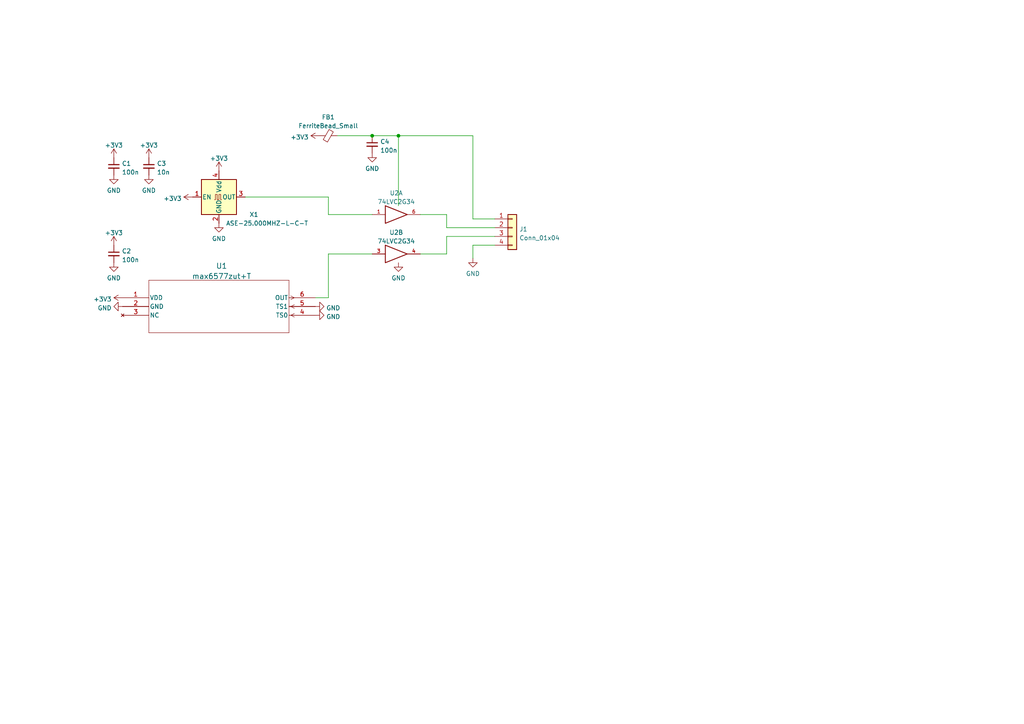
<source format=kicad_sch>
(kicad_sch (version 20211123) (generator eeschema)
  (paper "A4")
  (lib_symbols
    (symbol "74xGxx:74AUC2G34" (pin_names (offset 1.016))
      (property "Reference" "U" (at -2.54 3.81 0))
      (property "Value" "74AUC2G34" (at 0 -3.81 0))
      (symbol "74AUC2G34_0_1"
        (polyline (pts (xy -3.81 2.54) (xy -3.81 -2.54) (xy 2.54 0) (xy -3.81 2.54)) (stroke (width 0.254)))
        (pin power_in line (at 0 -2.54 270) (length 0) hide (name "GND") (number "2"))
        (pin power_in line (at 0 2.54 90) (length 0) hide (name "VCC") (number "5"))
      )
      (symbol "74AUC2G34_1_1"
        (pin input line (at -7.62 0 0) (length 3.81) (name "~") (number "1"))
        (pin output line (at 6.35 0 180) (length 3.81) (name "~") (number "6"))
      )
      (symbol "74AUC2G34_2_1"
        (pin input line (at -7.62 0 0) (length 3.81) (name "~") (number "3"))
        (pin output line (at 6.35 0 180) (length 3.81) (name "~") (number "4"))
      )
    )
    (symbol "Connector_Generic:Conn_01x04" (pin_names (offset 1.016) hide)
      (property "Reference" "J" (at 0 5.08 0))
      (property "Value" "Conn_01x04" (at 0 -7.62 0))
      (symbol "Conn_01x04_1_1"
        (rectangle (start -1.27 -4.953) (end 0 -5.207) (stroke (width 0.1524)))
        (rectangle (start -1.27 -2.413) (end 0 -2.667) (stroke (width 0.1524)))
        (rectangle (start -1.27 0.127) (end 0 -0.127) (stroke (width 0.1524)))
        (rectangle (start -1.27 2.667) (end 0 2.413) (stroke (width 0.1524)))
        (rectangle (start -1.27 3.81) (end 1.27 -6.35) (stroke (width 0.254)) (fill (type background)))
        (pin passive line (at -5.08 2.54 0) (length 3.81) (name "Pin_1") (number "1"))
        (pin passive line (at -5.08 0 0) (length 3.81) (name "Pin_2") (number "2"))
        (pin passive line (at -5.08 -2.54 0) (length 3.81) (name "Pin_3") (number "3"))
        (pin passive line (at -5.08 -5.08 0) (length 3.81) (name "Pin_4") (number "4"))
      )
    )
    (symbol "Device:C_Small" (pin_numbers hide) (pin_names (offset 0.254) hide)
      (property "Reference" "C" (at 0.254 1.778 0))
      (property "Value" "C_Small" (at 0.254 -2.032 0))
      (symbol "C_Small_0_1"
        (polyline (pts (xy -1.524 -0.508) (xy 1.524 -0.508)) (stroke (width 0.3302)))
        (polyline (pts (xy -1.524 0.508) (xy 1.524 0.508)) (stroke (width 0.3048)))
      )
      (symbol "C_Small_1_1"
        (pin passive line (at 0 2.54 270) (length 2.032) (name "~") (number "1"))
        (pin passive line (at 0 -2.54 90) (length 2.032) (name "~") (number "2"))
      )
    )
    (symbol "Device:FerriteBead_Small" (pin_numbers hide) (pin_names (offset 0))
      (property "Reference" "FB" (at 1.905 1.27 0))
      (property "Value" "FerriteBead_Small" (at 1.905 -1.27 0))
      (symbol "FerriteBead_Small_0_1"
        (polyline (pts (xy 0 -1.27) (xy 0 -0.7874)))
        (polyline (pts (xy 0 0.889) (xy 0 1.2954)))
        (polyline (pts (xy -1.8288 0.2794) (xy -1.1176 1.4986) (xy 1.8288 -0.2032) (xy 1.1176 -1.4224) (xy -1.8288 0.2794)))
      )
      (symbol "FerriteBead_Small_1_1"
        (pin passive line (at 0 2.54 270) (length 1.27) (name "~") (number "1"))
        (pin passive line (at 0 -2.54 90) (length 1.27) (name "~") (number "2"))
      )
    )
    (symbol "MAX6577:max6577zut+T" (pin_names (offset 0.254))
      (property "Reference" "U" (at 27.94 10.16 0))
      (property "Value" "max6577zut+T" (at 27.94 7.62 0))
      (symbol "max6577zut+T_0_1"
        (polyline (pts (xy 7.62 -10.16) (xy 48.26 -10.16)) (stroke (width 0.127)))
        (polyline (pts (xy 7.62 5.08) (xy 7.62 -10.16)) (stroke (width 0.127)))
        (polyline (pts (xy 48.26 -10.16) (xy 48.26 5.08)) (stroke (width 0.127)))
        (polyline (pts (xy 48.26 5.08) (xy 7.62 5.08)) (stroke (width 0.127)))
        (polyline (pts (xy 48.7807 -5.08) (xy 49.8221 -5.6007)) (stroke (width 0.127)))
        (polyline (pts (xy 48.7807 -5.08) (xy 49.8221 -4.5593)) (stroke (width 0.127)))
        (polyline (pts (xy 48.7807 -2.54) (xy 49.8221 -3.0607)) (stroke (width 0.127)))
        (polyline (pts (xy 48.7807 -2.54) (xy 49.8221 -2.0193)) (stroke (width 0.127)))
        (polyline (pts (xy 48.7807 -0.5207) (xy 49.8221 0)) (stroke (width 0.127)))
        (polyline (pts (xy 48.7807 0.5207) (xy 49.8221 0)) (stroke (width 0.127)))
        (pin power_in line (at 0 0 0) (length 7.62) (name "VDD") (number "1"))
        (pin power_in line (at 0 -2.54 0) (length 7.62) (name "GND") (number "2"))
        (pin no_connect line (at 0 -5.08 0) (length 7.62) (name "NC") (number "3"))
        (pin input line (at 55.88 -5.08 180) (length 7.62) (name "TS0") (number "4"))
        (pin input line (at 55.88 -2.54 180) (length 7.62) (name "TS1") (number "5"))
        (pin output line (at 55.88 0 180) (length 7.62) (name "OUT") (number "6"))
      )
    )
    (symbol "Oscillator:ASE-xxxMHz" (pin_names (offset 0.254))
      (property "Reference" "X" (at -5.08 6.35 0))
      (property "Value" "ASE-xxxMHz" (at 1.27 -6.35 0))
      (symbol "ASE-xxxMHz_0_1"
        (rectangle (start -5.08 5.08) (end 5.08 -5.08) (stroke (width 0.254)) (fill (type background)))
        (polyline (pts (xy -1.27 -0.762) (xy -1.016 -0.762) (xy -1.016 0.762) (xy -0.508 0.762) (xy -0.508 -0.762) (xy 0 -0.762) (xy 0 0.762) (xy 0.508 0.762) (xy 0.508 -0.762) (xy 0.762 -0.762)))
      )
      (symbol "ASE-xxxMHz_1_1"
        (pin input line (at -7.62 0 0) (length 2.54) (name "EN") (number "1"))
        (pin power_in line (at 0 -7.62 90) (length 2.54) (name "GND") (number "2"))
        (pin output line (at 7.62 0 180) (length 2.54) (name "OUT") (number "3"))
        (pin power_in line (at 0 7.62 270) (length 2.54) (name "Vdd") (number "4"))
      )
    )
    (symbol "power:+3.3V" (power) (pin_names (offset 0))
      (property "Value" "+3.3V" (at 0 3.556 0))
      (symbol "+3.3V_0_1"
        (polyline (pts (xy -0.762 1.27) (xy 0 2.54)))
        (polyline (pts (xy 0 0) (xy 0 2.54)))
        (polyline (pts (xy 0 2.54) (xy 0.762 1.27)))
      )
      (symbol "+3.3V_1_1"
        (pin power_in line (at 0 0 90) (length 0) hide (name "+3V3") (number "1"))
      )
    )
    (symbol "power:GND" (power) (pin_names (offset 0))
      (property "Value" "GND" (at 0 -3.81 0))
      (symbol "GND_0_1"
        (polyline (pts (xy 0 0) (xy 0 -1.27) (xy 1.27 -1.27) (xy 0 -2.54) (xy -1.27 -1.27) (xy 0 -1.27)))
      )
      (symbol "GND_1_1"
        (pin power_in line (at 0 0 270) (length 0) hide (name "GND") (number "1"))
      )
    )
  )
  (junction (at 107.95 39.37))
  (junction (at 115.57 39.37))
  (wire (pts (xy 115.57 59.69) (xy 115.57 39.37)))
  (wire (pts (xy 137.16 63.5) (xy 143.51 63.5)))
  (wire (pts (xy 129.54 73.66) (xy 129.54 68.58)))
  (wire (pts (xy 137.16 71.12) (xy 137.16 74.93)))
  (wire (pts (xy 95.25 86.36) (xy 95.25 73.66)))
  (wire (pts (xy 95.25 57.15) (xy 71.12 57.15)))
  (wire (pts (xy 143.51 71.12) (xy 137.16 71.12)))
  (wire (pts (xy 115.57 39.37) (xy 137.16 39.37)))
  (wire (pts (xy 91.44 86.36) (xy 95.25 86.36)))
  (wire (pts (xy 107.95 39.37) (xy 115.57 39.37)))
  (wire (pts (xy 121.92 62.23) (xy 129.54 62.23)))
  (wire (pts (xy 97.79 39.37) (xy 107.95 39.37)))
  (wire (pts (xy 95.25 73.66) (xy 107.95 73.66)))
  (wire (pts (xy 129.54 66.04) (xy 143.51 66.04)))
  (wire (pts (xy 107.95 62.23) (xy 95.25 62.23)))
  (wire (pts (xy 129.54 62.23) (xy 129.54 66.04)))
  (wire (pts (xy 129.54 68.58) (xy 143.51 68.58)))
  (wire (pts (xy 121.92 73.66) (xy 129.54 73.66)))
  (wire (pts (xy 95.25 62.23) (xy 95.25 57.15)))
  (wire (pts (xy 137.16 39.37) (xy 137.16 63.5)))
  (symbol (lib_id "power:GND") (at 91.44 88.9 90) (unit 1)
    (property "Reference" "#PWR0108" (effects hide))
    (property "Value" "GND" (at 94.615 89.3338 90) (effects (justify right)))
  )
  (symbol (lib_id "Oscillator:ASE-xxxMHz") (at 63.5 57.15 0) (unit 1)
    (property "Reference" "X1" (at 73.66 62.23 0))
    (property "Value" "ASE-25.000MHZ-L-C-T" (at 77.47 64.77 0))
    (property "Footprint" "Oscillator:Oscillator_SMD_Abracon_ASE-4Pin_3.2x2.5mm" (effects hide))
    (property "Datasheet" "http://www.abracon.com/Oscillators/ASV.pdf" (effects hide))
  )
  (symbol (lib_id "power:GND") (at 137.16 74.93 0) (unit 1)
    (property "Reference" "#PWR0117" (effects hide))
    (property "Value" "GND" (at 137.16 79.3734 0))
  )
  (symbol (lib_id "Device:C_Small") (at 33.02 73.66 0) (unit 1)
    (property "Reference" "C2" (at 35.3441 72.8316 0) (effects (justify left)))
    (property "Value" "100n" (at 35.3441 75.3685 0) (effects (justify left)))
    (property "Footprint" "Capacitor_SMD:C_0805_2012Metric" (effects hide))
  )
  (symbol (lib_id "power:GND") (at 33.02 76.2 0) (unit 1)
    (property "Reference" "#PWR0105" (effects hide))
    (property "Value" "GND" (at 33.02 80.6434 0))
  )
  (symbol (lib_id "power:GND") (at 115.57 76.2 0) (unit 1)
    (property "Reference" "#PWR0116" (effects hide))
    (property "Value" "GND" (at 115.57 80.6434 0))
  )
  (symbol (lib_id "power:GND") (at 91.44 91.44 90) (unit 1)
    (property "Reference" "#PWR0109" (effects hide))
    (property "Value" "GND" (at 94.615 91.8738 90) (effects (justify right)))
  )
  (symbol (lib_id "power:+3.3V") (at 35.56 86.36 90) (unit 1)
    (property "Reference" "#PWR0104" (effects hide))
    (property "Value" "+3.3V" (at 32.385 86.7938 90) (effects (justify left)))
  )
  (symbol (lib_id "power:+3.3V") (at 33.02 45.72 0) (unit 1)
    (property "Reference" "#PWR0112" (effects hide))
    (property "Value" "+3.3V" (at 33.02 42.1442 0))
  )
  (symbol (lib_id "MAX6577:max6577zut+T") (at 35.56 86.36 0) (unit 1)
    (property "Reference" "U1" (at 64.281 77.1324 0) (effects (font (size 1.524 1.524))))
    (property "Value" "max6577zut+T" (at 64.281 80.1258 0) (effects (font (size 1.524 1.524))))
    (property "Footprint" "Package_TO_SOT_SMD:SOT-23-6_Handsoldering" (effects hide))
    (property "Datasheet" "max6577zut+T" (effects hide))
  )
  (symbol (lib_id "power:+3.3V") (at 33.02 71.12 0) (unit 1)
    (property "Reference" "#PWR0106" (effects hide))
    (property "Value" "+3.3V" (at 33.02 67.5442 0))
  )
  (symbol (lib_id "power:GND") (at 107.95 44.45 0) (unit 1)
    (property "Reference" "#PWR0115" (effects hide))
    (property "Value" "GND" (at 107.95 48.8934 0))
  )
  (symbol (lib_id "power:+3.3V") (at 55.88 57.15 90) (unit 1)
    (property "Reference" "#PWR0102" (effects hide))
    (property "Value" "+3.3V" (at 52.705 57.5838 90) (effects (justify left)))
  )
  (symbol (lib_id "power:GND") (at 35.56 88.9 270) (unit 1)
    (property "Reference" "#PWR0103" (effects hide))
    (property "Value" "GND" (at 32.3851 89.3338 90) (effects (justify right)))
  )
  (symbol (lib_id "power:+3.3V") (at 63.5 49.53 0) (unit 1)
    (property "Reference" "#PWR0101" (effects hide))
    (property "Value" "+3.3V" (at 63.5 45.9542 0))
  )
  (symbol (lib_id "power:+3.3V") (at 92.71 39.37 90) (unit 1)
    (property "Reference" "#PWR0114" (effects hide))
    (property "Value" "+3.3V" (at 89.535 39.8038 90) (effects (justify left)))
  )
  (symbol (lib_id "power:+3.3V") (at 43.18 45.72 0) (unit 1)
    (property "Reference" "#PWR0111" (effects hide))
    (property "Value" "+3.3V" (at 43.18 42.1442 0))
  )
  (symbol (lib_id "Device:FerriteBead_Small") (at 95.25 39.37 90) (unit 1)
    (property "Reference" "FB1" (at 95.2119 33.9684 90))
    (property "Value" "FerriteBead_Small" (at 95.2119 36.5053 90))
    (property "Footprint" "Resistor_SMD:R_0805_2012Metric" (effects hide))
  )
  (symbol (lib_id "Connector_Generic:Conn_01x04") (at 148.59 66.04 0) (unit 1)
    (property "Reference" "J1" (at 150.622 66.4753 0) (effects (justify left)))
    (property "Value" "Conn_01x04" (at 150.622 69.0122 0) (effects (justify left)))
    (property "Footprint" "Connector_PinHeader_2.54mm:PinHeader_1x04_P2.54mm_Vertical" (effects hide))
  )
  (symbol (lib_id "power:GND") (at 63.5 64.77 0) (unit 1)
    (property "Reference" "#PWR0107" (effects hide))
    (property "Value" "GND" (at 63.5 69.2134 0))
  )
  (symbol (lib_id "Device:C_Small") (at 33.02 48.26 0) (unit 1)
    (property "Reference" "C1" (at 35.3441 47.4316 0) (effects (justify left)))
    (property "Value" "100n" (at 35.3441 49.9685 0) (effects (justify left)))
    (property "Footprint" "Capacitor_SMD:C_0805_2012Metric" (effects hide))
  )
  (symbol (lib_id "Device:C_Small") (at 107.95 41.91 0) (unit 1)
    (property "Reference" "C4" (at 110.2741 41.0816 0) (effects (justify left)))
    (property "Value" "100n" (at 110.2741 43.6185 0) (effects (justify left)))
    (property "Footprint" "Capacitor_SMD:C_0805_2012Metric" (effects hide))
  )
  (symbol (lib_id "74xGxx:74AUC2G34") (at 115.57 62.23 0) (unit 1)
    (property "Reference" "U2" (at 114.935 55.9902 0))
    (property "Value" "74LVC2G34" (at 114.935 58.5271 0))
    (property "Footprint" "Package_TO_SOT_SMD:SOT-23-6_Handsoldering" (effects hide))
    (property "Datasheet" "http://www.ti.com/lit/sg/scyt129e/scyt129e.pdf" (effects hide))
  )
  (symbol (lib_id "74xGxx:74AUC2G34") (at 115.57 73.66 0) (unit 2)
    (property "Reference" "U2" (at 114.935 67.4202 0))
    (property "Value" "74LVC2G34" (at 114.935 69.9571 0))
    (property "Footprint" "Package_TO_SOT_SMD:SOT-23-6_Handsoldering" (effects hide))
    (property "Datasheet" "http://www.ti.com/lit/sg/scyt129e/scyt129e.pdf" (effects hide))
  )
  (symbol (lib_id "power:GND") (at 33.02 50.8 0) (unit 1)
    (property "Reference" "#PWR0113" (effects hide))
    (property "Value" "GND" (at 33.02 55.2434 0))
  )
  (symbol (lib_id "Device:C_Small") (at 43.18 48.26 0) (unit 1)
    (property "Reference" "C3" (at 45.5041 47.4316 0) (effects (justify left)))
    (property "Value" "10n" (at 45.5041 49.9685 0) (effects (justify left)))
    (property "Footprint" "Capacitor_SMD:C_0805_2012Metric" (effects hide))
  )
  (symbol (lib_id "power:GND") (at 43.18 50.8 0) (unit 1)
    (property "Reference" "#PWR0110" (effects hide))
    (property "Value" "GND" (at 43.18 55.2434 0))
  )
)
</source>
